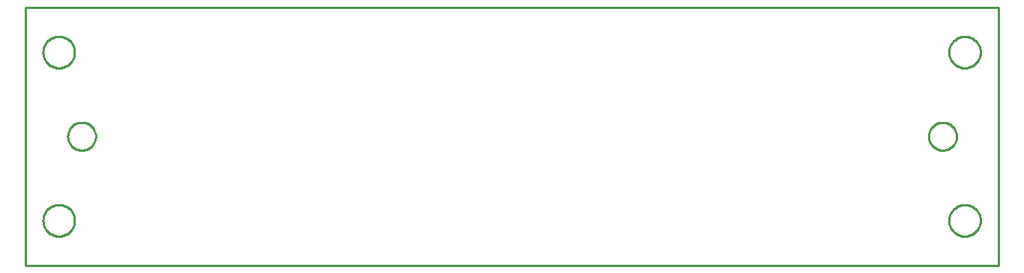
<source format=gko>
G04 EAGLE Gerber RS-274X export*
G75*
%MOMM*%
%FSLAX34Y34*%
%LPD*%
%INBoard Outline*%
%IPPOS*%
%AMOC8*
5,1,8,0,0,1.08239X$1,22.5*%
G01*
%ADD10C,0.000000*%
%ADD11C,0.254000*%


D10*
X0Y0D02*
X1099312Y0D01*
X1099312Y292100D01*
X0Y292100D01*
X0Y0D01*
X47752Y146050D02*
X47757Y146436D01*
X47771Y146823D01*
X47795Y147208D01*
X47828Y147594D01*
X47870Y147978D01*
X47922Y148361D01*
X47984Y148742D01*
X48055Y149122D01*
X48135Y149500D01*
X48224Y149876D01*
X48322Y150250D01*
X48430Y150621D01*
X48547Y150990D01*
X48673Y151355D01*
X48807Y151718D01*
X48951Y152076D01*
X49103Y152432D01*
X49264Y152783D01*
X49434Y153130D01*
X49612Y153474D01*
X49798Y153812D01*
X49992Y154146D01*
X50195Y154475D01*
X50406Y154799D01*
X50625Y155118D01*
X50851Y155431D01*
X51085Y155739D01*
X51327Y156040D01*
X51575Y156336D01*
X51832Y156626D01*
X52095Y156909D01*
X52364Y157186D01*
X52641Y157455D01*
X52924Y157718D01*
X53214Y157975D01*
X53510Y158223D01*
X53811Y158465D01*
X54119Y158699D01*
X54432Y158925D01*
X54751Y159144D01*
X55075Y159355D01*
X55404Y159558D01*
X55738Y159752D01*
X56076Y159938D01*
X56420Y160116D01*
X56767Y160286D01*
X57118Y160447D01*
X57474Y160599D01*
X57832Y160743D01*
X58195Y160877D01*
X58560Y161003D01*
X58929Y161120D01*
X59300Y161228D01*
X59674Y161326D01*
X60050Y161415D01*
X60428Y161495D01*
X60808Y161566D01*
X61189Y161628D01*
X61572Y161680D01*
X61956Y161722D01*
X62342Y161755D01*
X62727Y161779D01*
X63114Y161793D01*
X63500Y161798D01*
X63886Y161793D01*
X64273Y161779D01*
X64658Y161755D01*
X65044Y161722D01*
X65428Y161680D01*
X65811Y161628D01*
X66192Y161566D01*
X66572Y161495D01*
X66950Y161415D01*
X67326Y161326D01*
X67700Y161228D01*
X68071Y161120D01*
X68440Y161003D01*
X68805Y160877D01*
X69168Y160743D01*
X69526Y160599D01*
X69882Y160447D01*
X70233Y160286D01*
X70580Y160116D01*
X70924Y159938D01*
X71262Y159752D01*
X71596Y159558D01*
X71925Y159355D01*
X72249Y159144D01*
X72568Y158925D01*
X72881Y158699D01*
X73189Y158465D01*
X73490Y158223D01*
X73786Y157975D01*
X74076Y157718D01*
X74359Y157455D01*
X74636Y157186D01*
X74905Y156909D01*
X75168Y156626D01*
X75425Y156336D01*
X75673Y156040D01*
X75915Y155739D01*
X76149Y155431D01*
X76375Y155118D01*
X76594Y154799D01*
X76805Y154475D01*
X77008Y154146D01*
X77202Y153812D01*
X77388Y153474D01*
X77566Y153130D01*
X77736Y152783D01*
X77897Y152432D01*
X78049Y152076D01*
X78193Y151718D01*
X78327Y151355D01*
X78453Y150990D01*
X78570Y150621D01*
X78678Y150250D01*
X78776Y149876D01*
X78865Y149500D01*
X78945Y149122D01*
X79016Y148742D01*
X79078Y148361D01*
X79130Y147978D01*
X79172Y147594D01*
X79205Y147208D01*
X79229Y146823D01*
X79243Y146436D01*
X79248Y146050D01*
X79243Y145664D01*
X79229Y145277D01*
X79205Y144892D01*
X79172Y144506D01*
X79130Y144122D01*
X79078Y143739D01*
X79016Y143358D01*
X78945Y142978D01*
X78865Y142600D01*
X78776Y142224D01*
X78678Y141850D01*
X78570Y141479D01*
X78453Y141110D01*
X78327Y140745D01*
X78193Y140382D01*
X78049Y140024D01*
X77897Y139668D01*
X77736Y139317D01*
X77566Y138970D01*
X77388Y138626D01*
X77202Y138288D01*
X77008Y137954D01*
X76805Y137625D01*
X76594Y137301D01*
X76375Y136982D01*
X76149Y136669D01*
X75915Y136361D01*
X75673Y136060D01*
X75425Y135764D01*
X75168Y135474D01*
X74905Y135191D01*
X74636Y134914D01*
X74359Y134645D01*
X74076Y134382D01*
X73786Y134125D01*
X73490Y133877D01*
X73189Y133635D01*
X72881Y133401D01*
X72568Y133175D01*
X72249Y132956D01*
X71925Y132745D01*
X71596Y132542D01*
X71262Y132348D01*
X70924Y132162D01*
X70580Y131984D01*
X70233Y131814D01*
X69882Y131653D01*
X69526Y131501D01*
X69168Y131357D01*
X68805Y131223D01*
X68440Y131097D01*
X68071Y130980D01*
X67700Y130872D01*
X67326Y130774D01*
X66950Y130685D01*
X66572Y130605D01*
X66192Y130534D01*
X65811Y130472D01*
X65428Y130420D01*
X65044Y130378D01*
X64658Y130345D01*
X64273Y130321D01*
X63886Y130307D01*
X63500Y130302D01*
X63114Y130307D01*
X62727Y130321D01*
X62342Y130345D01*
X61956Y130378D01*
X61572Y130420D01*
X61189Y130472D01*
X60808Y130534D01*
X60428Y130605D01*
X60050Y130685D01*
X59674Y130774D01*
X59300Y130872D01*
X58929Y130980D01*
X58560Y131097D01*
X58195Y131223D01*
X57832Y131357D01*
X57474Y131501D01*
X57118Y131653D01*
X56767Y131814D01*
X56420Y131984D01*
X56076Y132162D01*
X55738Y132348D01*
X55404Y132542D01*
X55075Y132745D01*
X54751Y132956D01*
X54432Y133175D01*
X54119Y133401D01*
X53811Y133635D01*
X53510Y133877D01*
X53214Y134125D01*
X52924Y134382D01*
X52641Y134645D01*
X52364Y134914D01*
X52095Y135191D01*
X51832Y135474D01*
X51575Y135764D01*
X51327Y136060D01*
X51085Y136361D01*
X50851Y136669D01*
X50625Y136982D01*
X50406Y137301D01*
X50195Y137625D01*
X49992Y137954D01*
X49798Y138288D01*
X49612Y138626D01*
X49434Y138970D01*
X49264Y139317D01*
X49103Y139668D01*
X48951Y140024D01*
X48807Y140382D01*
X48673Y140745D01*
X48547Y141110D01*
X48430Y141479D01*
X48322Y141850D01*
X48224Y142224D01*
X48135Y142600D01*
X48055Y142978D01*
X47984Y143358D01*
X47922Y143739D01*
X47870Y144122D01*
X47828Y144506D01*
X47795Y144892D01*
X47771Y145277D01*
X47757Y145664D01*
X47752Y146050D01*
X1020064Y146050D02*
X1020069Y146436D01*
X1020083Y146823D01*
X1020107Y147208D01*
X1020140Y147594D01*
X1020182Y147978D01*
X1020234Y148361D01*
X1020296Y148742D01*
X1020367Y149122D01*
X1020447Y149500D01*
X1020536Y149876D01*
X1020634Y150250D01*
X1020742Y150621D01*
X1020859Y150990D01*
X1020985Y151355D01*
X1021119Y151718D01*
X1021263Y152076D01*
X1021415Y152432D01*
X1021576Y152783D01*
X1021746Y153130D01*
X1021924Y153474D01*
X1022110Y153812D01*
X1022304Y154146D01*
X1022507Y154475D01*
X1022718Y154799D01*
X1022937Y155118D01*
X1023163Y155431D01*
X1023397Y155739D01*
X1023639Y156040D01*
X1023887Y156336D01*
X1024144Y156626D01*
X1024407Y156909D01*
X1024676Y157186D01*
X1024953Y157455D01*
X1025236Y157718D01*
X1025526Y157975D01*
X1025822Y158223D01*
X1026123Y158465D01*
X1026431Y158699D01*
X1026744Y158925D01*
X1027063Y159144D01*
X1027387Y159355D01*
X1027716Y159558D01*
X1028050Y159752D01*
X1028388Y159938D01*
X1028732Y160116D01*
X1029079Y160286D01*
X1029430Y160447D01*
X1029786Y160599D01*
X1030144Y160743D01*
X1030507Y160877D01*
X1030872Y161003D01*
X1031241Y161120D01*
X1031612Y161228D01*
X1031986Y161326D01*
X1032362Y161415D01*
X1032740Y161495D01*
X1033120Y161566D01*
X1033501Y161628D01*
X1033884Y161680D01*
X1034268Y161722D01*
X1034654Y161755D01*
X1035039Y161779D01*
X1035426Y161793D01*
X1035812Y161798D01*
X1036198Y161793D01*
X1036585Y161779D01*
X1036970Y161755D01*
X1037356Y161722D01*
X1037740Y161680D01*
X1038123Y161628D01*
X1038504Y161566D01*
X1038884Y161495D01*
X1039262Y161415D01*
X1039638Y161326D01*
X1040012Y161228D01*
X1040383Y161120D01*
X1040752Y161003D01*
X1041117Y160877D01*
X1041480Y160743D01*
X1041838Y160599D01*
X1042194Y160447D01*
X1042545Y160286D01*
X1042892Y160116D01*
X1043236Y159938D01*
X1043574Y159752D01*
X1043908Y159558D01*
X1044237Y159355D01*
X1044561Y159144D01*
X1044880Y158925D01*
X1045193Y158699D01*
X1045501Y158465D01*
X1045802Y158223D01*
X1046098Y157975D01*
X1046388Y157718D01*
X1046671Y157455D01*
X1046948Y157186D01*
X1047217Y156909D01*
X1047480Y156626D01*
X1047737Y156336D01*
X1047985Y156040D01*
X1048227Y155739D01*
X1048461Y155431D01*
X1048687Y155118D01*
X1048906Y154799D01*
X1049117Y154475D01*
X1049320Y154146D01*
X1049514Y153812D01*
X1049700Y153474D01*
X1049878Y153130D01*
X1050048Y152783D01*
X1050209Y152432D01*
X1050361Y152076D01*
X1050505Y151718D01*
X1050639Y151355D01*
X1050765Y150990D01*
X1050882Y150621D01*
X1050990Y150250D01*
X1051088Y149876D01*
X1051177Y149500D01*
X1051257Y149122D01*
X1051328Y148742D01*
X1051390Y148361D01*
X1051442Y147978D01*
X1051484Y147594D01*
X1051517Y147208D01*
X1051541Y146823D01*
X1051555Y146436D01*
X1051560Y146050D01*
X1051555Y145664D01*
X1051541Y145277D01*
X1051517Y144892D01*
X1051484Y144506D01*
X1051442Y144122D01*
X1051390Y143739D01*
X1051328Y143358D01*
X1051257Y142978D01*
X1051177Y142600D01*
X1051088Y142224D01*
X1050990Y141850D01*
X1050882Y141479D01*
X1050765Y141110D01*
X1050639Y140745D01*
X1050505Y140382D01*
X1050361Y140024D01*
X1050209Y139668D01*
X1050048Y139317D01*
X1049878Y138970D01*
X1049700Y138626D01*
X1049514Y138288D01*
X1049320Y137954D01*
X1049117Y137625D01*
X1048906Y137301D01*
X1048687Y136982D01*
X1048461Y136669D01*
X1048227Y136361D01*
X1047985Y136060D01*
X1047737Y135764D01*
X1047480Y135474D01*
X1047217Y135191D01*
X1046948Y134914D01*
X1046671Y134645D01*
X1046388Y134382D01*
X1046098Y134125D01*
X1045802Y133877D01*
X1045501Y133635D01*
X1045193Y133401D01*
X1044880Y133175D01*
X1044561Y132956D01*
X1044237Y132745D01*
X1043908Y132542D01*
X1043574Y132348D01*
X1043236Y132162D01*
X1042892Y131984D01*
X1042545Y131814D01*
X1042194Y131653D01*
X1041838Y131501D01*
X1041480Y131357D01*
X1041117Y131223D01*
X1040752Y131097D01*
X1040383Y130980D01*
X1040012Y130872D01*
X1039638Y130774D01*
X1039262Y130685D01*
X1038884Y130605D01*
X1038504Y130534D01*
X1038123Y130472D01*
X1037740Y130420D01*
X1037356Y130378D01*
X1036970Y130345D01*
X1036585Y130321D01*
X1036198Y130307D01*
X1035812Y130302D01*
X1035426Y130307D01*
X1035039Y130321D01*
X1034654Y130345D01*
X1034268Y130378D01*
X1033884Y130420D01*
X1033501Y130472D01*
X1033120Y130534D01*
X1032740Y130605D01*
X1032362Y130685D01*
X1031986Y130774D01*
X1031612Y130872D01*
X1031241Y130980D01*
X1030872Y131097D01*
X1030507Y131223D01*
X1030144Y131357D01*
X1029786Y131501D01*
X1029430Y131653D01*
X1029079Y131814D01*
X1028732Y131984D01*
X1028388Y132162D01*
X1028050Y132348D01*
X1027716Y132542D01*
X1027387Y132745D01*
X1027063Y132956D01*
X1026744Y133175D01*
X1026431Y133401D01*
X1026123Y133635D01*
X1025822Y133877D01*
X1025526Y134125D01*
X1025236Y134382D01*
X1024953Y134645D01*
X1024676Y134914D01*
X1024407Y135191D01*
X1024144Y135474D01*
X1023887Y135764D01*
X1023639Y136060D01*
X1023397Y136361D01*
X1023163Y136669D01*
X1022937Y136982D01*
X1022718Y137301D01*
X1022507Y137625D01*
X1022304Y137954D01*
X1022110Y138288D01*
X1021924Y138626D01*
X1021746Y138970D01*
X1021576Y139317D01*
X1021415Y139668D01*
X1021263Y140024D01*
X1021119Y140382D01*
X1020985Y140745D01*
X1020859Y141110D01*
X1020742Y141479D01*
X1020634Y141850D01*
X1020536Y142224D01*
X1020447Y142600D01*
X1020367Y142978D01*
X1020296Y143358D01*
X1020234Y143739D01*
X1020182Y144122D01*
X1020140Y144506D01*
X1020107Y144892D01*
X1020083Y145277D01*
X1020069Y145664D01*
X1020064Y146050D01*
X19812Y241300D02*
X19817Y241736D01*
X19833Y242172D01*
X19860Y242608D01*
X19898Y243043D01*
X19946Y243476D01*
X20004Y243909D01*
X20074Y244340D01*
X20154Y244769D01*
X20244Y245196D01*
X20345Y245620D01*
X20456Y246042D01*
X20578Y246461D01*
X20709Y246877D01*
X20851Y247290D01*
X21003Y247699D01*
X21165Y248104D01*
X21337Y248505D01*
X21519Y248902D01*
X21710Y249294D01*
X21911Y249681D01*
X22122Y250064D01*
X22342Y250441D01*
X22571Y250812D01*
X22808Y251178D01*
X23055Y251538D01*
X23311Y251892D01*
X23575Y252239D01*
X23848Y252580D01*
X24129Y252913D01*
X24418Y253240D01*
X24715Y253560D01*
X25020Y253872D01*
X25332Y254177D01*
X25652Y254474D01*
X25979Y254763D01*
X26312Y255044D01*
X26653Y255317D01*
X27000Y255581D01*
X27354Y255837D01*
X27714Y256084D01*
X28080Y256321D01*
X28451Y256550D01*
X28828Y256770D01*
X29211Y256981D01*
X29598Y257182D01*
X29990Y257373D01*
X30387Y257555D01*
X30788Y257727D01*
X31193Y257889D01*
X31602Y258041D01*
X32015Y258183D01*
X32431Y258314D01*
X32850Y258436D01*
X33272Y258547D01*
X33696Y258648D01*
X34123Y258738D01*
X34552Y258818D01*
X34983Y258888D01*
X35416Y258946D01*
X35849Y258994D01*
X36284Y259032D01*
X36720Y259059D01*
X37156Y259075D01*
X37592Y259080D01*
X38028Y259075D01*
X38464Y259059D01*
X38900Y259032D01*
X39335Y258994D01*
X39768Y258946D01*
X40201Y258888D01*
X40632Y258818D01*
X41061Y258738D01*
X41488Y258648D01*
X41912Y258547D01*
X42334Y258436D01*
X42753Y258314D01*
X43169Y258183D01*
X43582Y258041D01*
X43991Y257889D01*
X44396Y257727D01*
X44797Y257555D01*
X45194Y257373D01*
X45586Y257182D01*
X45973Y256981D01*
X46356Y256770D01*
X46733Y256550D01*
X47104Y256321D01*
X47470Y256084D01*
X47830Y255837D01*
X48184Y255581D01*
X48531Y255317D01*
X48872Y255044D01*
X49205Y254763D01*
X49532Y254474D01*
X49852Y254177D01*
X50164Y253872D01*
X50469Y253560D01*
X50766Y253240D01*
X51055Y252913D01*
X51336Y252580D01*
X51609Y252239D01*
X51873Y251892D01*
X52129Y251538D01*
X52376Y251178D01*
X52613Y250812D01*
X52842Y250441D01*
X53062Y250064D01*
X53273Y249681D01*
X53474Y249294D01*
X53665Y248902D01*
X53847Y248505D01*
X54019Y248104D01*
X54181Y247699D01*
X54333Y247290D01*
X54475Y246877D01*
X54606Y246461D01*
X54728Y246042D01*
X54839Y245620D01*
X54940Y245196D01*
X55030Y244769D01*
X55110Y244340D01*
X55180Y243909D01*
X55238Y243476D01*
X55286Y243043D01*
X55324Y242608D01*
X55351Y242172D01*
X55367Y241736D01*
X55372Y241300D01*
X55367Y240864D01*
X55351Y240428D01*
X55324Y239992D01*
X55286Y239557D01*
X55238Y239124D01*
X55180Y238691D01*
X55110Y238260D01*
X55030Y237831D01*
X54940Y237404D01*
X54839Y236980D01*
X54728Y236558D01*
X54606Y236139D01*
X54475Y235723D01*
X54333Y235310D01*
X54181Y234901D01*
X54019Y234496D01*
X53847Y234095D01*
X53665Y233698D01*
X53474Y233306D01*
X53273Y232919D01*
X53062Y232536D01*
X52842Y232159D01*
X52613Y231788D01*
X52376Y231422D01*
X52129Y231062D01*
X51873Y230708D01*
X51609Y230361D01*
X51336Y230020D01*
X51055Y229687D01*
X50766Y229360D01*
X50469Y229040D01*
X50164Y228728D01*
X49852Y228423D01*
X49532Y228126D01*
X49205Y227837D01*
X48872Y227556D01*
X48531Y227283D01*
X48184Y227019D01*
X47830Y226763D01*
X47470Y226516D01*
X47104Y226279D01*
X46733Y226050D01*
X46356Y225830D01*
X45973Y225619D01*
X45586Y225418D01*
X45194Y225227D01*
X44797Y225045D01*
X44396Y224873D01*
X43991Y224711D01*
X43582Y224559D01*
X43169Y224417D01*
X42753Y224286D01*
X42334Y224164D01*
X41912Y224053D01*
X41488Y223952D01*
X41061Y223862D01*
X40632Y223782D01*
X40201Y223712D01*
X39768Y223654D01*
X39335Y223606D01*
X38900Y223568D01*
X38464Y223541D01*
X38028Y223525D01*
X37592Y223520D01*
X37156Y223525D01*
X36720Y223541D01*
X36284Y223568D01*
X35849Y223606D01*
X35416Y223654D01*
X34983Y223712D01*
X34552Y223782D01*
X34123Y223862D01*
X33696Y223952D01*
X33272Y224053D01*
X32850Y224164D01*
X32431Y224286D01*
X32015Y224417D01*
X31602Y224559D01*
X31193Y224711D01*
X30788Y224873D01*
X30387Y225045D01*
X29990Y225227D01*
X29598Y225418D01*
X29211Y225619D01*
X28828Y225830D01*
X28451Y226050D01*
X28080Y226279D01*
X27714Y226516D01*
X27354Y226763D01*
X27000Y227019D01*
X26653Y227283D01*
X26312Y227556D01*
X25979Y227837D01*
X25652Y228126D01*
X25332Y228423D01*
X25020Y228728D01*
X24715Y229040D01*
X24418Y229360D01*
X24129Y229687D01*
X23848Y230020D01*
X23575Y230361D01*
X23311Y230708D01*
X23055Y231062D01*
X22808Y231422D01*
X22571Y231788D01*
X22342Y232159D01*
X22122Y232536D01*
X21911Y232919D01*
X21710Y233306D01*
X21519Y233698D01*
X21337Y234095D01*
X21165Y234496D01*
X21003Y234901D01*
X20851Y235310D01*
X20709Y235723D01*
X20578Y236139D01*
X20456Y236558D01*
X20345Y236980D01*
X20244Y237404D01*
X20154Y237831D01*
X20074Y238260D01*
X20004Y238691D01*
X19946Y239124D01*
X19898Y239557D01*
X19860Y239992D01*
X19833Y240428D01*
X19817Y240864D01*
X19812Y241300D01*
X1042924Y241300D02*
X1042929Y241736D01*
X1042945Y242172D01*
X1042972Y242608D01*
X1043010Y243043D01*
X1043058Y243476D01*
X1043116Y243909D01*
X1043186Y244340D01*
X1043266Y244769D01*
X1043356Y245196D01*
X1043457Y245620D01*
X1043568Y246042D01*
X1043690Y246461D01*
X1043821Y246877D01*
X1043963Y247290D01*
X1044115Y247699D01*
X1044277Y248104D01*
X1044449Y248505D01*
X1044631Y248902D01*
X1044822Y249294D01*
X1045023Y249681D01*
X1045234Y250064D01*
X1045454Y250441D01*
X1045683Y250812D01*
X1045920Y251178D01*
X1046167Y251538D01*
X1046423Y251892D01*
X1046687Y252239D01*
X1046960Y252580D01*
X1047241Y252913D01*
X1047530Y253240D01*
X1047827Y253560D01*
X1048132Y253872D01*
X1048444Y254177D01*
X1048764Y254474D01*
X1049091Y254763D01*
X1049424Y255044D01*
X1049765Y255317D01*
X1050112Y255581D01*
X1050466Y255837D01*
X1050826Y256084D01*
X1051192Y256321D01*
X1051563Y256550D01*
X1051940Y256770D01*
X1052323Y256981D01*
X1052710Y257182D01*
X1053102Y257373D01*
X1053499Y257555D01*
X1053900Y257727D01*
X1054305Y257889D01*
X1054714Y258041D01*
X1055127Y258183D01*
X1055543Y258314D01*
X1055962Y258436D01*
X1056384Y258547D01*
X1056808Y258648D01*
X1057235Y258738D01*
X1057664Y258818D01*
X1058095Y258888D01*
X1058528Y258946D01*
X1058961Y258994D01*
X1059396Y259032D01*
X1059832Y259059D01*
X1060268Y259075D01*
X1060704Y259080D01*
X1061140Y259075D01*
X1061576Y259059D01*
X1062012Y259032D01*
X1062447Y258994D01*
X1062880Y258946D01*
X1063313Y258888D01*
X1063744Y258818D01*
X1064173Y258738D01*
X1064600Y258648D01*
X1065024Y258547D01*
X1065446Y258436D01*
X1065865Y258314D01*
X1066281Y258183D01*
X1066694Y258041D01*
X1067103Y257889D01*
X1067508Y257727D01*
X1067909Y257555D01*
X1068306Y257373D01*
X1068698Y257182D01*
X1069085Y256981D01*
X1069468Y256770D01*
X1069845Y256550D01*
X1070216Y256321D01*
X1070582Y256084D01*
X1070942Y255837D01*
X1071296Y255581D01*
X1071643Y255317D01*
X1071984Y255044D01*
X1072317Y254763D01*
X1072644Y254474D01*
X1072964Y254177D01*
X1073276Y253872D01*
X1073581Y253560D01*
X1073878Y253240D01*
X1074167Y252913D01*
X1074448Y252580D01*
X1074721Y252239D01*
X1074985Y251892D01*
X1075241Y251538D01*
X1075488Y251178D01*
X1075725Y250812D01*
X1075954Y250441D01*
X1076174Y250064D01*
X1076385Y249681D01*
X1076586Y249294D01*
X1076777Y248902D01*
X1076959Y248505D01*
X1077131Y248104D01*
X1077293Y247699D01*
X1077445Y247290D01*
X1077587Y246877D01*
X1077718Y246461D01*
X1077840Y246042D01*
X1077951Y245620D01*
X1078052Y245196D01*
X1078142Y244769D01*
X1078222Y244340D01*
X1078292Y243909D01*
X1078350Y243476D01*
X1078398Y243043D01*
X1078436Y242608D01*
X1078463Y242172D01*
X1078479Y241736D01*
X1078484Y241300D01*
X1078479Y240864D01*
X1078463Y240428D01*
X1078436Y239992D01*
X1078398Y239557D01*
X1078350Y239124D01*
X1078292Y238691D01*
X1078222Y238260D01*
X1078142Y237831D01*
X1078052Y237404D01*
X1077951Y236980D01*
X1077840Y236558D01*
X1077718Y236139D01*
X1077587Y235723D01*
X1077445Y235310D01*
X1077293Y234901D01*
X1077131Y234496D01*
X1076959Y234095D01*
X1076777Y233698D01*
X1076586Y233306D01*
X1076385Y232919D01*
X1076174Y232536D01*
X1075954Y232159D01*
X1075725Y231788D01*
X1075488Y231422D01*
X1075241Y231062D01*
X1074985Y230708D01*
X1074721Y230361D01*
X1074448Y230020D01*
X1074167Y229687D01*
X1073878Y229360D01*
X1073581Y229040D01*
X1073276Y228728D01*
X1072964Y228423D01*
X1072644Y228126D01*
X1072317Y227837D01*
X1071984Y227556D01*
X1071643Y227283D01*
X1071296Y227019D01*
X1070942Y226763D01*
X1070582Y226516D01*
X1070216Y226279D01*
X1069845Y226050D01*
X1069468Y225830D01*
X1069085Y225619D01*
X1068698Y225418D01*
X1068306Y225227D01*
X1067909Y225045D01*
X1067508Y224873D01*
X1067103Y224711D01*
X1066694Y224559D01*
X1066281Y224417D01*
X1065865Y224286D01*
X1065446Y224164D01*
X1065024Y224053D01*
X1064600Y223952D01*
X1064173Y223862D01*
X1063744Y223782D01*
X1063313Y223712D01*
X1062880Y223654D01*
X1062447Y223606D01*
X1062012Y223568D01*
X1061576Y223541D01*
X1061140Y223525D01*
X1060704Y223520D01*
X1060268Y223525D01*
X1059832Y223541D01*
X1059396Y223568D01*
X1058961Y223606D01*
X1058528Y223654D01*
X1058095Y223712D01*
X1057664Y223782D01*
X1057235Y223862D01*
X1056808Y223952D01*
X1056384Y224053D01*
X1055962Y224164D01*
X1055543Y224286D01*
X1055127Y224417D01*
X1054714Y224559D01*
X1054305Y224711D01*
X1053900Y224873D01*
X1053499Y225045D01*
X1053102Y225227D01*
X1052710Y225418D01*
X1052323Y225619D01*
X1051940Y225830D01*
X1051563Y226050D01*
X1051192Y226279D01*
X1050826Y226516D01*
X1050466Y226763D01*
X1050112Y227019D01*
X1049765Y227283D01*
X1049424Y227556D01*
X1049091Y227837D01*
X1048764Y228126D01*
X1048444Y228423D01*
X1048132Y228728D01*
X1047827Y229040D01*
X1047530Y229360D01*
X1047241Y229687D01*
X1046960Y230020D01*
X1046687Y230361D01*
X1046423Y230708D01*
X1046167Y231062D01*
X1045920Y231422D01*
X1045683Y231788D01*
X1045454Y232159D01*
X1045234Y232536D01*
X1045023Y232919D01*
X1044822Y233306D01*
X1044631Y233698D01*
X1044449Y234095D01*
X1044277Y234496D01*
X1044115Y234901D01*
X1043963Y235310D01*
X1043821Y235723D01*
X1043690Y236139D01*
X1043568Y236558D01*
X1043457Y236980D01*
X1043356Y237404D01*
X1043266Y237831D01*
X1043186Y238260D01*
X1043116Y238691D01*
X1043058Y239124D01*
X1043010Y239557D01*
X1042972Y239992D01*
X1042945Y240428D01*
X1042929Y240864D01*
X1042924Y241300D01*
X19812Y50800D02*
X19817Y51236D01*
X19833Y51672D01*
X19860Y52108D01*
X19898Y52543D01*
X19946Y52976D01*
X20004Y53409D01*
X20074Y53840D01*
X20154Y54269D01*
X20244Y54696D01*
X20345Y55120D01*
X20456Y55542D01*
X20578Y55961D01*
X20709Y56377D01*
X20851Y56790D01*
X21003Y57199D01*
X21165Y57604D01*
X21337Y58005D01*
X21519Y58402D01*
X21710Y58794D01*
X21911Y59181D01*
X22122Y59564D01*
X22342Y59941D01*
X22571Y60312D01*
X22808Y60678D01*
X23055Y61038D01*
X23311Y61392D01*
X23575Y61739D01*
X23848Y62080D01*
X24129Y62413D01*
X24418Y62740D01*
X24715Y63060D01*
X25020Y63372D01*
X25332Y63677D01*
X25652Y63974D01*
X25979Y64263D01*
X26312Y64544D01*
X26653Y64817D01*
X27000Y65081D01*
X27354Y65337D01*
X27714Y65584D01*
X28080Y65821D01*
X28451Y66050D01*
X28828Y66270D01*
X29211Y66481D01*
X29598Y66682D01*
X29990Y66873D01*
X30387Y67055D01*
X30788Y67227D01*
X31193Y67389D01*
X31602Y67541D01*
X32015Y67683D01*
X32431Y67814D01*
X32850Y67936D01*
X33272Y68047D01*
X33696Y68148D01*
X34123Y68238D01*
X34552Y68318D01*
X34983Y68388D01*
X35416Y68446D01*
X35849Y68494D01*
X36284Y68532D01*
X36720Y68559D01*
X37156Y68575D01*
X37592Y68580D01*
X38028Y68575D01*
X38464Y68559D01*
X38900Y68532D01*
X39335Y68494D01*
X39768Y68446D01*
X40201Y68388D01*
X40632Y68318D01*
X41061Y68238D01*
X41488Y68148D01*
X41912Y68047D01*
X42334Y67936D01*
X42753Y67814D01*
X43169Y67683D01*
X43582Y67541D01*
X43991Y67389D01*
X44396Y67227D01*
X44797Y67055D01*
X45194Y66873D01*
X45586Y66682D01*
X45973Y66481D01*
X46356Y66270D01*
X46733Y66050D01*
X47104Y65821D01*
X47470Y65584D01*
X47830Y65337D01*
X48184Y65081D01*
X48531Y64817D01*
X48872Y64544D01*
X49205Y64263D01*
X49532Y63974D01*
X49852Y63677D01*
X50164Y63372D01*
X50469Y63060D01*
X50766Y62740D01*
X51055Y62413D01*
X51336Y62080D01*
X51609Y61739D01*
X51873Y61392D01*
X52129Y61038D01*
X52376Y60678D01*
X52613Y60312D01*
X52842Y59941D01*
X53062Y59564D01*
X53273Y59181D01*
X53474Y58794D01*
X53665Y58402D01*
X53847Y58005D01*
X54019Y57604D01*
X54181Y57199D01*
X54333Y56790D01*
X54475Y56377D01*
X54606Y55961D01*
X54728Y55542D01*
X54839Y55120D01*
X54940Y54696D01*
X55030Y54269D01*
X55110Y53840D01*
X55180Y53409D01*
X55238Y52976D01*
X55286Y52543D01*
X55324Y52108D01*
X55351Y51672D01*
X55367Y51236D01*
X55372Y50800D01*
X55367Y50364D01*
X55351Y49928D01*
X55324Y49492D01*
X55286Y49057D01*
X55238Y48624D01*
X55180Y48191D01*
X55110Y47760D01*
X55030Y47331D01*
X54940Y46904D01*
X54839Y46480D01*
X54728Y46058D01*
X54606Y45639D01*
X54475Y45223D01*
X54333Y44810D01*
X54181Y44401D01*
X54019Y43996D01*
X53847Y43595D01*
X53665Y43198D01*
X53474Y42806D01*
X53273Y42419D01*
X53062Y42036D01*
X52842Y41659D01*
X52613Y41288D01*
X52376Y40922D01*
X52129Y40562D01*
X51873Y40208D01*
X51609Y39861D01*
X51336Y39520D01*
X51055Y39187D01*
X50766Y38860D01*
X50469Y38540D01*
X50164Y38228D01*
X49852Y37923D01*
X49532Y37626D01*
X49205Y37337D01*
X48872Y37056D01*
X48531Y36783D01*
X48184Y36519D01*
X47830Y36263D01*
X47470Y36016D01*
X47104Y35779D01*
X46733Y35550D01*
X46356Y35330D01*
X45973Y35119D01*
X45586Y34918D01*
X45194Y34727D01*
X44797Y34545D01*
X44396Y34373D01*
X43991Y34211D01*
X43582Y34059D01*
X43169Y33917D01*
X42753Y33786D01*
X42334Y33664D01*
X41912Y33553D01*
X41488Y33452D01*
X41061Y33362D01*
X40632Y33282D01*
X40201Y33212D01*
X39768Y33154D01*
X39335Y33106D01*
X38900Y33068D01*
X38464Y33041D01*
X38028Y33025D01*
X37592Y33020D01*
X37156Y33025D01*
X36720Y33041D01*
X36284Y33068D01*
X35849Y33106D01*
X35416Y33154D01*
X34983Y33212D01*
X34552Y33282D01*
X34123Y33362D01*
X33696Y33452D01*
X33272Y33553D01*
X32850Y33664D01*
X32431Y33786D01*
X32015Y33917D01*
X31602Y34059D01*
X31193Y34211D01*
X30788Y34373D01*
X30387Y34545D01*
X29990Y34727D01*
X29598Y34918D01*
X29211Y35119D01*
X28828Y35330D01*
X28451Y35550D01*
X28080Y35779D01*
X27714Y36016D01*
X27354Y36263D01*
X27000Y36519D01*
X26653Y36783D01*
X26312Y37056D01*
X25979Y37337D01*
X25652Y37626D01*
X25332Y37923D01*
X25020Y38228D01*
X24715Y38540D01*
X24418Y38860D01*
X24129Y39187D01*
X23848Y39520D01*
X23575Y39861D01*
X23311Y40208D01*
X23055Y40562D01*
X22808Y40922D01*
X22571Y41288D01*
X22342Y41659D01*
X22122Y42036D01*
X21911Y42419D01*
X21710Y42806D01*
X21519Y43198D01*
X21337Y43595D01*
X21165Y43996D01*
X21003Y44401D01*
X20851Y44810D01*
X20709Y45223D01*
X20578Y45639D01*
X20456Y46058D01*
X20345Y46480D01*
X20244Y46904D01*
X20154Y47331D01*
X20074Y47760D01*
X20004Y48191D01*
X19946Y48624D01*
X19898Y49057D01*
X19860Y49492D01*
X19833Y49928D01*
X19817Y50364D01*
X19812Y50800D01*
X1042924Y50800D02*
X1042929Y51236D01*
X1042945Y51672D01*
X1042972Y52108D01*
X1043010Y52543D01*
X1043058Y52976D01*
X1043116Y53409D01*
X1043186Y53840D01*
X1043266Y54269D01*
X1043356Y54696D01*
X1043457Y55120D01*
X1043568Y55542D01*
X1043690Y55961D01*
X1043821Y56377D01*
X1043963Y56790D01*
X1044115Y57199D01*
X1044277Y57604D01*
X1044449Y58005D01*
X1044631Y58402D01*
X1044822Y58794D01*
X1045023Y59181D01*
X1045234Y59564D01*
X1045454Y59941D01*
X1045683Y60312D01*
X1045920Y60678D01*
X1046167Y61038D01*
X1046423Y61392D01*
X1046687Y61739D01*
X1046960Y62080D01*
X1047241Y62413D01*
X1047530Y62740D01*
X1047827Y63060D01*
X1048132Y63372D01*
X1048444Y63677D01*
X1048764Y63974D01*
X1049091Y64263D01*
X1049424Y64544D01*
X1049765Y64817D01*
X1050112Y65081D01*
X1050466Y65337D01*
X1050826Y65584D01*
X1051192Y65821D01*
X1051563Y66050D01*
X1051940Y66270D01*
X1052323Y66481D01*
X1052710Y66682D01*
X1053102Y66873D01*
X1053499Y67055D01*
X1053900Y67227D01*
X1054305Y67389D01*
X1054714Y67541D01*
X1055127Y67683D01*
X1055543Y67814D01*
X1055962Y67936D01*
X1056384Y68047D01*
X1056808Y68148D01*
X1057235Y68238D01*
X1057664Y68318D01*
X1058095Y68388D01*
X1058528Y68446D01*
X1058961Y68494D01*
X1059396Y68532D01*
X1059832Y68559D01*
X1060268Y68575D01*
X1060704Y68580D01*
X1061140Y68575D01*
X1061576Y68559D01*
X1062012Y68532D01*
X1062447Y68494D01*
X1062880Y68446D01*
X1063313Y68388D01*
X1063744Y68318D01*
X1064173Y68238D01*
X1064600Y68148D01*
X1065024Y68047D01*
X1065446Y67936D01*
X1065865Y67814D01*
X1066281Y67683D01*
X1066694Y67541D01*
X1067103Y67389D01*
X1067508Y67227D01*
X1067909Y67055D01*
X1068306Y66873D01*
X1068698Y66682D01*
X1069085Y66481D01*
X1069468Y66270D01*
X1069845Y66050D01*
X1070216Y65821D01*
X1070582Y65584D01*
X1070942Y65337D01*
X1071296Y65081D01*
X1071643Y64817D01*
X1071984Y64544D01*
X1072317Y64263D01*
X1072644Y63974D01*
X1072964Y63677D01*
X1073276Y63372D01*
X1073581Y63060D01*
X1073878Y62740D01*
X1074167Y62413D01*
X1074448Y62080D01*
X1074721Y61739D01*
X1074985Y61392D01*
X1075241Y61038D01*
X1075488Y60678D01*
X1075725Y60312D01*
X1075954Y59941D01*
X1076174Y59564D01*
X1076385Y59181D01*
X1076586Y58794D01*
X1076777Y58402D01*
X1076959Y58005D01*
X1077131Y57604D01*
X1077293Y57199D01*
X1077445Y56790D01*
X1077587Y56377D01*
X1077718Y55961D01*
X1077840Y55542D01*
X1077951Y55120D01*
X1078052Y54696D01*
X1078142Y54269D01*
X1078222Y53840D01*
X1078292Y53409D01*
X1078350Y52976D01*
X1078398Y52543D01*
X1078436Y52108D01*
X1078463Y51672D01*
X1078479Y51236D01*
X1078484Y50800D01*
X1078479Y50364D01*
X1078463Y49928D01*
X1078436Y49492D01*
X1078398Y49057D01*
X1078350Y48624D01*
X1078292Y48191D01*
X1078222Y47760D01*
X1078142Y47331D01*
X1078052Y46904D01*
X1077951Y46480D01*
X1077840Y46058D01*
X1077718Y45639D01*
X1077587Y45223D01*
X1077445Y44810D01*
X1077293Y44401D01*
X1077131Y43996D01*
X1076959Y43595D01*
X1076777Y43198D01*
X1076586Y42806D01*
X1076385Y42419D01*
X1076174Y42036D01*
X1075954Y41659D01*
X1075725Y41288D01*
X1075488Y40922D01*
X1075241Y40562D01*
X1074985Y40208D01*
X1074721Y39861D01*
X1074448Y39520D01*
X1074167Y39187D01*
X1073878Y38860D01*
X1073581Y38540D01*
X1073276Y38228D01*
X1072964Y37923D01*
X1072644Y37626D01*
X1072317Y37337D01*
X1071984Y37056D01*
X1071643Y36783D01*
X1071296Y36519D01*
X1070942Y36263D01*
X1070582Y36016D01*
X1070216Y35779D01*
X1069845Y35550D01*
X1069468Y35330D01*
X1069085Y35119D01*
X1068698Y34918D01*
X1068306Y34727D01*
X1067909Y34545D01*
X1067508Y34373D01*
X1067103Y34211D01*
X1066694Y34059D01*
X1066281Y33917D01*
X1065865Y33786D01*
X1065446Y33664D01*
X1065024Y33553D01*
X1064600Y33452D01*
X1064173Y33362D01*
X1063744Y33282D01*
X1063313Y33212D01*
X1062880Y33154D01*
X1062447Y33106D01*
X1062012Y33068D01*
X1061576Y33041D01*
X1061140Y33025D01*
X1060704Y33020D01*
X1060268Y33025D01*
X1059832Y33041D01*
X1059396Y33068D01*
X1058961Y33106D01*
X1058528Y33154D01*
X1058095Y33212D01*
X1057664Y33282D01*
X1057235Y33362D01*
X1056808Y33452D01*
X1056384Y33553D01*
X1055962Y33664D01*
X1055543Y33786D01*
X1055127Y33917D01*
X1054714Y34059D01*
X1054305Y34211D01*
X1053900Y34373D01*
X1053499Y34545D01*
X1053102Y34727D01*
X1052710Y34918D01*
X1052323Y35119D01*
X1051940Y35330D01*
X1051563Y35550D01*
X1051192Y35779D01*
X1050826Y36016D01*
X1050466Y36263D01*
X1050112Y36519D01*
X1049765Y36783D01*
X1049424Y37056D01*
X1049091Y37337D01*
X1048764Y37626D01*
X1048444Y37923D01*
X1048132Y38228D01*
X1047827Y38540D01*
X1047530Y38860D01*
X1047241Y39187D01*
X1046960Y39520D01*
X1046687Y39861D01*
X1046423Y40208D01*
X1046167Y40562D01*
X1045920Y40922D01*
X1045683Y41288D01*
X1045454Y41659D01*
X1045234Y42036D01*
X1045023Y42419D01*
X1044822Y42806D01*
X1044631Y43198D01*
X1044449Y43595D01*
X1044277Y43996D01*
X1044115Y44401D01*
X1043963Y44810D01*
X1043821Y45223D01*
X1043690Y45639D01*
X1043568Y46058D01*
X1043457Y46480D01*
X1043356Y46904D01*
X1043266Y47331D01*
X1043186Y47760D01*
X1043116Y48191D01*
X1043058Y48624D01*
X1043010Y49057D01*
X1042972Y49492D01*
X1042945Y49928D01*
X1042929Y50364D01*
X1042924Y50800D01*
D11*
X0Y0D02*
X1099312Y0D01*
X1099312Y292100D01*
X0Y292100D01*
X0Y0D01*
X79248Y145534D02*
X79181Y144506D01*
X79046Y143483D01*
X78845Y142472D01*
X78578Y141476D01*
X78247Y140500D01*
X77852Y139547D01*
X77396Y138622D01*
X76880Y137730D01*
X76308Y136872D01*
X75680Y136054D01*
X75000Y135279D01*
X74271Y134550D01*
X73496Y133870D01*
X72678Y133242D01*
X71820Y132670D01*
X70928Y132154D01*
X70003Y131698D01*
X69050Y131303D01*
X68074Y130972D01*
X67078Y130705D01*
X66067Y130504D01*
X65044Y130369D01*
X64016Y130302D01*
X62984Y130302D01*
X61956Y130369D01*
X60933Y130504D01*
X59922Y130705D01*
X58926Y130972D01*
X57950Y131303D01*
X56997Y131698D01*
X56072Y132154D01*
X55180Y132670D01*
X54322Y133242D01*
X53504Y133870D01*
X52729Y134550D01*
X52000Y135279D01*
X51320Y136054D01*
X50692Y136872D01*
X50120Y137730D01*
X49604Y138622D01*
X49148Y139547D01*
X48753Y140500D01*
X48422Y141476D01*
X48155Y142472D01*
X47954Y143483D01*
X47819Y144506D01*
X47752Y145534D01*
X47752Y146566D01*
X47819Y147594D01*
X47954Y148617D01*
X48155Y149628D01*
X48422Y150624D01*
X48753Y151600D01*
X49148Y152553D01*
X49604Y153478D01*
X50120Y154370D01*
X50692Y155228D01*
X51320Y156046D01*
X52000Y156821D01*
X52729Y157550D01*
X53504Y158230D01*
X54322Y158858D01*
X55180Y159430D01*
X56072Y159946D01*
X56997Y160402D01*
X57950Y160797D01*
X58926Y161128D01*
X59922Y161395D01*
X60933Y161596D01*
X61956Y161731D01*
X62984Y161798D01*
X64016Y161798D01*
X65044Y161731D01*
X66067Y161596D01*
X67078Y161395D01*
X68074Y161128D01*
X69050Y160797D01*
X70003Y160402D01*
X70928Y159946D01*
X71820Y159430D01*
X72678Y158858D01*
X73496Y158230D01*
X74271Y157550D01*
X75000Y156821D01*
X75680Y156046D01*
X76308Y155228D01*
X76880Y154370D01*
X77396Y153478D01*
X77852Y152553D01*
X78247Y151600D01*
X78578Y150624D01*
X78845Y149628D01*
X79046Y148617D01*
X79181Y147594D01*
X79248Y146566D01*
X79248Y145534D01*
X1051560Y145534D02*
X1051493Y144506D01*
X1051358Y143483D01*
X1051157Y142472D01*
X1050890Y141476D01*
X1050559Y140500D01*
X1050164Y139547D01*
X1049708Y138622D01*
X1049192Y137730D01*
X1048620Y136872D01*
X1047992Y136054D01*
X1047312Y135279D01*
X1046583Y134550D01*
X1045808Y133870D01*
X1044990Y133242D01*
X1044132Y132670D01*
X1043240Y132154D01*
X1042315Y131698D01*
X1041362Y131303D01*
X1040386Y130972D01*
X1039390Y130705D01*
X1038379Y130504D01*
X1037356Y130369D01*
X1036328Y130302D01*
X1035296Y130302D01*
X1034268Y130369D01*
X1033245Y130504D01*
X1032234Y130705D01*
X1031238Y130972D01*
X1030262Y131303D01*
X1029309Y131698D01*
X1028384Y132154D01*
X1027492Y132670D01*
X1026634Y133242D01*
X1025816Y133870D01*
X1025041Y134550D01*
X1024312Y135279D01*
X1023632Y136054D01*
X1023004Y136872D01*
X1022432Y137730D01*
X1021916Y138622D01*
X1021460Y139547D01*
X1021065Y140500D01*
X1020734Y141476D01*
X1020467Y142472D01*
X1020266Y143483D01*
X1020131Y144506D01*
X1020064Y145534D01*
X1020064Y146566D01*
X1020131Y147594D01*
X1020266Y148617D01*
X1020467Y149628D01*
X1020734Y150624D01*
X1021065Y151600D01*
X1021460Y152553D01*
X1021916Y153478D01*
X1022432Y154370D01*
X1023004Y155228D01*
X1023632Y156046D01*
X1024312Y156821D01*
X1025041Y157550D01*
X1025816Y158230D01*
X1026634Y158858D01*
X1027492Y159430D01*
X1028384Y159946D01*
X1029309Y160402D01*
X1030262Y160797D01*
X1031238Y161128D01*
X1032234Y161395D01*
X1033245Y161596D01*
X1034268Y161731D01*
X1035296Y161798D01*
X1036328Y161798D01*
X1037356Y161731D01*
X1038379Y161596D01*
X1039390Y161395D01*
X1040386Y161128D01*
X1041362Y160797D01*
X1042315Y160402D01*
X1043240Y159946D01*
X1044132Y159430D01*
X1044990Y158858D01*
X1045808Y158230D01*
X1046583Y157550D01*
X1047312Y156821D01*
X1047992Y156046D01*
X1048620Y155228D01*
X1049192Y154370D01*
X1049708Y153478D01*
X1050164Y152553D01*
X1050559Y151600D01*
X1050890Y150624D01*
X1051157Y149628D01*
X1051358Y148617D01*
X1051493Y147594D01*
X1051560Y146566D01*
X1051560Y145534D01*
X55372Y240718D02*
X55296Y239556D01*
X55144Y238402D01*
X54917Y237260D01*
X54616Y236136D01*
X54241Y235034D01*
X53796Y233958D01*
X53281Y232914D01*
X52699Y231906D01*
X52052Y230938D01*
X51344Y230014D01*
X50576Y229139D01*
X49753Y228316D01*
X48878Y227549D01*
X47954Y226840D01*
X46986Y226193D01*
X45978Y225611D01*
X44934Y225096D01*
X43858Y224651D01*
X42756Y224277D01*
X41632Y223975D01*
X40490Y223748D01*
X39336Y223596D01*
X38174Y223520D01*
X37010Y223520D01*
X35848Y223596D01*
X34694Y223748D01*
X33552Y223975D01*
X32428Y224277D01*
X31326Y224651D01*
X30250Y225096D01*
X29206Y225611D01*
X28198Y226193D01*
X27230Y226840D01*
X26306Y227549D01*
X25431Y228316D01*
X24608Y229139D01*
X23841Y230014D01*
X23132Y230938D01*
X22485Y231906D01*
X21903Y232914D01*
X21388Y233958D01*
X20943Y235034D01*
X20569Y236136D01*
X20267Y237260D01*
X20040Y238402D01*
X19888Y239556D01*
X19812Y240718D01*
X19812Y241882D01*
X19888Y243044D01*
X20040Y244198D01*
X20267Y245340D01*
X20569Y246464D01*
X20943Y247566D01*
X21388Y248642D01*
X21903Y249686D01*
X22485Y250694D01*
X23132Y251662D01*
X23841Y252586D01*
X24608Y253461D01*
X25431Y254284D01*
X26306Y255052D01*
X27230Y255760D01*
X28198Y256407D01*
X29206Y256989D01*
X30250Y257504D01*
X31326Y257949D01*
X32428Y258324D01*
X33552Y258625D01*
X34694Y258852D01*
X35848Y259004D01*
X37010Y259080D01*
X38174Y259080D01*
X39336Y259004D01*
X40490Y258852D01*
X41632Y258625D01*
X42756Y258324D01*
X43858Y257949D01*
X44934Y257504D01*
X45978Y256989D01*
X46986Y256407D01*
X47954Y255760D01*
X48878Y255052D01*
X49753Y254284D01*
X50576Y253461D01*
X51344Y252586D01*
X52052Y251662D01*
X52699Y250694D01*
X53281Y249686D01*
X53796Y248642D01*
X54241Y247566D01*
X54616Y246464D01*
X54917Y245340D01*
X55144Y244198D01*
X55296Y243044D01*
X55372Y241882D01*
X55372Y240718D01*
X1078484Y240718D02*
X1078408Y239556D01*
X1078256Y238402D01*
X1078029Y237260D01*
X1077728Y236136D01*
X1077353Y235034D01*
X1076908Y233958D01*
X1076393Y232914D01*
X1075811Y231906D01*
X1075164Y230938D01*
X1074456Y230014D01*
X1073688Y229139D01*
X1072865Y228316D01*
X1071990Y227549D01*
X1071066Y226840D01*
X1070098Y226193D01*
X1069090Y225611D01*
X1068046Y225096D01*
X1066970Y224651D01*
X1065868Y224277D01*
X1064744Y223975D01*
X1063602Y223748D01*
X1062448Y223596D01*
X1061286Y223520D01*
X1060122Y223520D01*
X1058960Y223596D01*
X1057806Y223748D01*
X1056664Y223975D01*
X1055540Y224277D01*
X1054438Y224651D01*
X1053362Y225096D01*
X1052318Y225611D01*
X1051310Y226193D01*
X1050342Y226840D01*
X1049418Y227549D01*
X1048543Y228316D01*
X1047720Y229139D01*
X1046953Y230014D01*
X1046244Y230938D01*
X1045597Y231906D01*
X1045015Y232914D01*
X1044500Y233958D01*
X1044055Y235034D01*
X1043681Y236136D01*
X1043379Y237260D01*
X1043152Y238402D01*
X1043000Y239556D01*
X1042924Y240718D01*
X1042924Y241882D01*
X1043000Y243044D01*
X1043152Y244198D01*
X1043379Y245340D01*
X1043681Y246464D01*
X1044055Y247566D01*
X1044500Y248642D01*
X1045015Y249686D01*
X1045597Y250694D01*
X1046244Y251662D01*
X1046953Y252586D01*
X1047720Y253461D01*
X1048543Y254284D01*
X1049418Y255052D01*
X1050342Y255760D01*
X1051310Y256407D01*
X1052318Y256989D01*
X1053362Y257504D01*
X1054438Y257949D01*
X1055540Y258324D01*
X1056664Y258625D01*
X1057806Y258852D01*
X1058960Y259004D01*
X1060122Y259080D01*
X1061286Y259080D01*
X1062448Y259004D01*
X1063602Y258852D01*
X1064744Y258625D01*
X1065868Y258324D01*
X1066970Y257949D01*
X1068046Y257504D01*
X1069090Y256989D01*
X1070098Y256407D01*
X1071066Y255760D01*
X1071990Y255052D01*
X1072865Y254284D01*
X1073688Y253461D01*
X1074456Y252586D01*
X1075164Y251662D01*
X1075811Y250694D01*
X1076393Y249686D01*
X1076908Y248642D01*
X1077353Y247566D01*
X1077728Y246464D01*
X1078029Y245340D01*
X1078256Y244198D01*
X1078408Y243044D01*
X1078484Y241882D01*
X1078484Y240718D01*
X55372Y50218D02*
X55296Y49056D01*
X55144Y47902D01*
X54917Y46760D01*
X54616Y45636D01*
X54241Y44534D01*
X53796Y43458D01*
X53281Y42414D01*
X52699Y41406D01*
X52052Y40438D01*
X51344Y39514D01*
X50576Y38639D01*
X49753Y37816D01*
X48878Y37049D01*
X47954Y36340D01*
X46986Y35693D01*
X45978Y35111D01*
X44934Y34596D01*
X43858Y34151D01*
X42756Y33777D01*
X41632Y33475D01*
X40490Y33248D01*
X39336Y33096D01*
X38174Y33020D01*
X37010Y33020D01*
X35848Y33096D01*
X34694Y33248D01*
X33552Y33475D01*
X32428Y33777D01*
X31326Y34151D01*
X30250Y34596D01*
X29206Y35111D01*
X28198Y35693D01*
X27230Y36340D01*
X26306Y37049D01*
X25431Y37816D01*
X24608Y38639D01*
X23841Y39514D01*
X23132Y40438D01*
X22485Y41406D01*
X21903Y42414D01*
X21388Y43458D01*
X20943Y44534D01*
X20569Y45636D01*
X20267Y46760D01*
X20040Y47902D01*
X19888Y49056D01*
X19812Y50218D01*
X19812Y51382D01*
X19888Y52544D01*
X20040Y53698D01*
X20267Y54840D01*
X20569Y55964D01*
X20943Y57066D01*
X21388Y58142D01*
X21903Y59186D01*
X22485Y60194D01*
X23132Y61162D01*
X23841Y62086D01*
X24608Y62961D01*
X25431Y63784D01*
X26306Y64552D01*
X27230Y65260D01*
X28198Y65907D01*
X29206Y66489D01*
X30250Y67004D01*
X31326Y67449D01*
X32428Y67824D01*
X33552Y68125D01*
X34694Y68352D01*
X35848Y68504D01*
X37010Y68580D01*
X38174Y68580D01*
X39336Y68504D01*
X40490Y68352D01*
X41632Y68125D01*
X42756Y67824D01*
X43858Y67449D01*
X44934Y67004D01*
X45978Y66489D01*
X46986Y65907D01*
X47954Y65260D01*
X48878Y64552D01*
X49753Y63784D01*
X50576Y62961D01*
X51344Y62086D01*
X52052Y61162D01*
X52699Y60194D01*
X53281Y59186D01*
X53796Y58142D01*
X54241Y57066D01*
X54616Y55964D01*
X54917Y54840D01*
X55144Y53698D01*
X55296Y52544D01*
X55372Y51382D01*
X55372Y50218D01*
X1078484Y50218D02*
X1078408Y49056D01*
X1078256Y47902D01*
X1078029Y46760D01*
X1077728Y45636D01*
X1077353Y44534D01*
X1076908Y43458D01*
X1076393Y42414D01*
X1075811Y41406D01*
X1075164Y40438D01*
X1074456Y39514D01*
X1073688Y38639D01*
X1072865Y37816D01*
X1071990Y37049D01*
X1071066Y36340D01*
X1070098Y35693D01*
X1069090Y35111D01*
X1068046Y34596D01*
X1066970Y34151D01*
X1065868Y33777D01*
X1064744Y33475D01*
X1063602Y33248D01*
X1062448Y33096D01*
X1061286Y33020D01*
X1060122Y33020D01*
X1058960Y33096D01*
X1057806Y33248D01*
X1056664Y33475D01*
X1055540Y33777D01*
X1054438Y34151D01*
X1053362Y34596D01*
X1052318Y35111D01*
X1051310Y35693D01*
X1050342Y36340D01*
X1049418Y37049D01*
X1048543Y37816D01*
X1047720Y38639D01*
X1046953Y39514D01*
X1046244Y40438D01*
X1045597Y41406D01*
X1045015Y42414D01*
X1044500Y43458D01*
X1044055Y44534D01*
X1043681Y45636D01*
X1043379Y46760D01*
X1043152Y47902D01*
X1043000Y49056D01*
X1042924Y50218D01*
X1042924Y51382D01*
X1043000Y52544D01*
X1043152Y53698D01*
X1043379Y54840D01*
X1043681Y55964D01*
X1044055Y57066D01*
X1044500Y58142D01*
X1045015Y59186D01*
X1045597Y60194D01*
X1046244Y61162D01*
X1046953Y62086D01*
X1047720Y62961D01*
X1048543Y63784D01*
X1049418Y64552D01*
X1050342Y65260D01*
X1051310Y65907D01*
X1052318Y66489D01*
X1053362Y67004D01*
X1054438Y67449D01*
X1055540Y67824D01*
X1056664Y68125D01*
X1057806Y68352D01*
X1058960Y68504D01*
X1060122Y68580D01*
X1061286Y68580D01*
X1062448Y68504D01*
X1063602Y68352D01*
X1064744Y68125D01*
X1065868Y67824D01*
X1066970Y67449D01*
X1068046Y67004D01*
X1069090Y66489D01*
X1070098Y65907D01*
X1071066Y65260D01*
X1071990Y64552D01*
X1072865Y63784D01*
X1073688Y62961D01*
X1074456Y62086D01*
X1075164Y61162D01*
X1075811Y60194D01*
X1076393Y59186D01*
X1076908Y58142D01*
X1077353Y57066D01*
X1077728Y55964D01*
X1078029Y54840D01*
X1078256Y53698D01*
X1078408Y52544D01*
X1078484Y51382D01*
X1078484Y50218D01*
M02*

</source>
